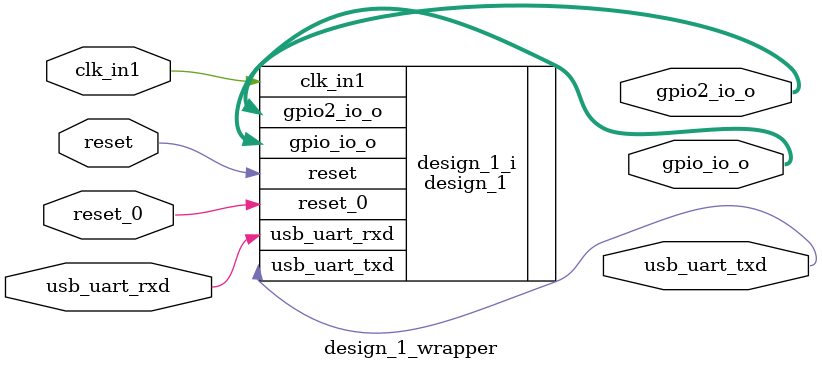
<source format=v>
`timescale 1 ps / 1 ps

module design_1_wrapper
   (clk_in1,
    gpio2_io_o,
    gpio_io_o,
    reset,
    reset_0,
    usb_uart_rxd,
    usb_uart_txd);
  input clk_in1;
  output [31:0]gpio2_io_o;
  output [31:0]gpio_io_o;
  input reset;
  input reset_0;
  input usb_uart_rxd;
  output usb_uart_txd;

  wire clk_in1;
  wire [31:0]gpio2_io_o;
  wire [31:0]gpio_io_o;
  wire reset;
  wire reset_0;
  wire usb_uart_rxd;
  wire usb_uart_txd;

  design_1 design_1_i
       (.clk_in1(clk_in1),
        .gpio2_io_o(gpio2_io_o),
        .gpio_io_o(gpio_io_o),
        .reset(reset),
        .reset_0(reset_0),
        .usb_uart_rxd(usb_uart_rxd),
        .usb_uart_txd(usb_uart_txd));
endmodule

</source>
